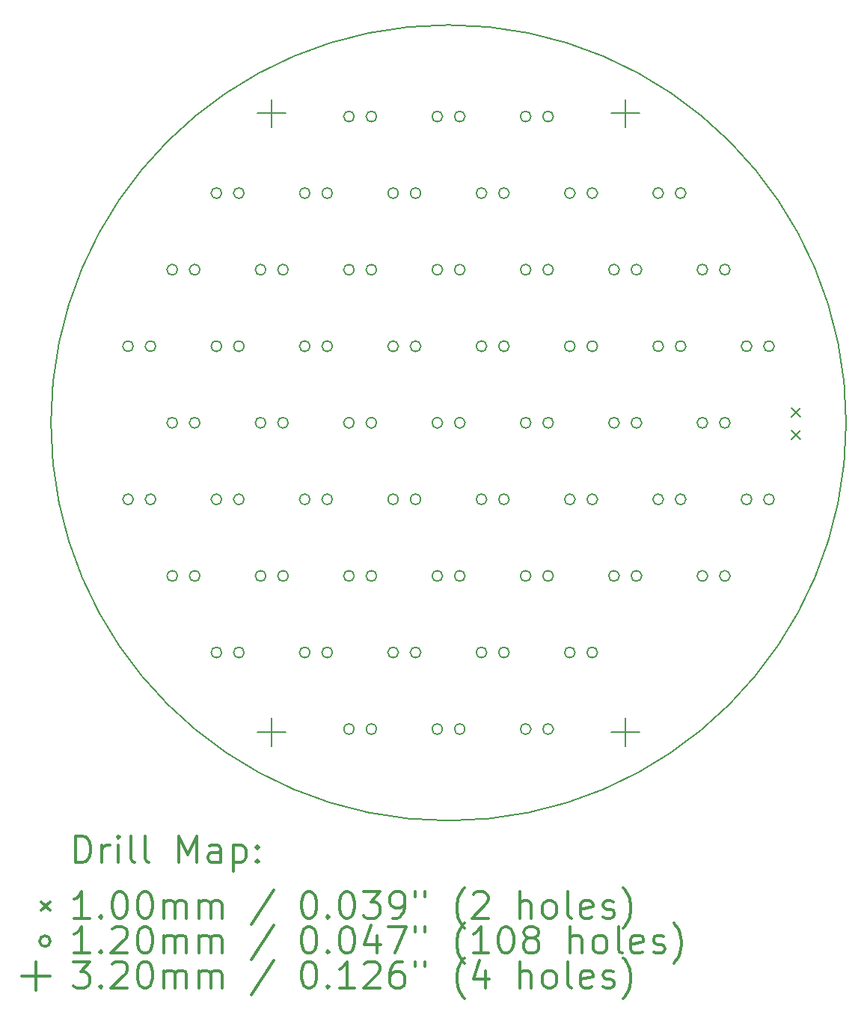
<source format=gbr>
%FSLAX45Y45*%
G04 Gerber Fmt 4.5, Leading zero omitted, Abs format (unit mm)*
G04 Created by KiCad (PCBNEW (5.1.9)-1) date 2021-10-19 01:51:29*
%MOMM*%
%LPD*%
G01*
G04 APERTURE LIST*
%TA.AperFunction,Profile*%
%ADD10C,0.150000*%
%TD*%
%ADD11C,0.200000*%
%ADD12C,0.300000*%
G04 APERTURE END LIST*
D10*
X19500000Y-10000000D02*
G75*
G03*
X19500000Y-10000000I-4500000J0D01*
G01*
D11*
X18880000Y-9835000D02*
X18980000Y-9935000D01*
X18980000Y-9835000D02*
X18880000Y-9935000D01*
X18880000Y-10085000D02*
X18980000Y-10185000D01*
X18980000Y-10085000D02*
X18880000Y-10185000D01*
X11433000Y-9134000D02*
G75*
G03*
X11433000Y-9134000I-60000J0D01*
G01*
X11433000Y-10866000D02*
G75*
G03*
X11433000Y-10866000I-60000J0D01*
G01*
X11687000Y-9134000D02*
G75*
G03*
X11687000Y-9134000I-60000J0D01*
G01*
X11687000Y-10866000D02*
G75*
G03*
X11687000Y-10866000I-60000J0D01*
G01*
X11933000Y-8268000D02*
G75*
G03*
X11933000Y-8268000I-60000J0D01*
G01*
X11933000Y-10000000D02*
G75*
G03*
X11933000Y-10000000I-60000J0D01*
G01*
X11933000Y-11732000D02*
G75*
G03*
X11933000Y-11732000I-60000J0D01*
G01*
X12187000Y-8268000D02*
G75*
G03*
X12187000Y-8268000I-60000J0D01*
G01*
X12187000Y-10000000D02*
G75*
G03*
X12187000Y-10000000I-60000J0D01*
G01*
X12187000Y-11732000D02*
G75*
G03*
X12187000Y-11732000I-60000J0D01*
G01*
X12433000Y-7402000D02*
G75*
G03*
X12433000Y-7402000I-60000J0D01*
G01*
X12433000Y-9134000D02*
G75*
G03*
X12433000Y-9134000I-60000J0D01*
G01*
X12433000Y-10866000D02*
G75*
G03*
X12433000Y-10866000I-60000J0D01*
G01*
X12433000Y-12598000D02*
G75*
G03*
X12433000Y-12598000I-60000J0D01*
G01*
X12687000Y-7402000D02*
G75*
G03*
X12687000Y-7402000I-60000J0D01*
G01*
X12687000Y-9134000D02*
G75*
G03*
X12687000Y-9134000I-60000J0D01*
G01*
X12687000Y-10866000D02*
G75*
G03*
X12687000Y-10866000I-60000J0D01*
G01*
X12687000Y-12598000D02*
G75*
G03*
X12687000Y-12598000I-60000J0D01*
G01*
X12933000Y-8268000D02*
G75*
G03*
X12933000Y-8268000I-60000J0D01*
G01*
X12933000Y-10000000D02*
G75*
G03*
X12933000Y-10000000I-60000J0D01*
G01*
X12933000Y-11732000D02*
G75*
G03*
X12933000Y-11732000I-60000J0D01*
G01*
X13187000Y-8268000D02*
G75*
G03*
X13187000Y-8268000I-60000J0D01*
G01*
X13187000Y-10000000D02*
G75*
G03*
X13187000Y-10000000I-60000J0D01*
G01*
X13187000Y-11732000D02*
G75*
G03*
X13187000Y-11732000I-60000J0D01*
G01*
X13433000Y-7402000D02*
G75*
G03*
X13433000Y-7402000I-60000J0D01*
G01*
X13433000Y-9134000D02*
G75*
G03*
X13433000Y-9134000I-60000J0D01*
G01*
X13433000Y-10866000D02*
G75*
G03*
X13433000Y-10866000I-60000J0D01*
G01*
X13433000Y-12598000D02*
G75*
G03*
X13433000Y-12598000I-60000J0D01*
G01*
X13687000Y-7402000D02*
G75*
G03*
X13687000Y-7402000I-60000J0D01*
G01*
X13687000Y-9134000D02*
G75*
G03*
X13687000Y-9134000I-60000J0D01*
G01*
X13687000Y-10866000D02*
G75*
G03*
X13687000Y-10866000I-60000J0D01*
G01*
X13687000Y-12598000D02*
G75*
G03*
X13687000Y-12598000I-60000J0D01*
G01*
X13933000Y-6536000D02*
G75*
G03*
X13933000Y-6536000I-60000J0D01*
G01*
X13933000Y-8268000D02*
G75*
G03*
X13933000Y-8268000I-60000J0D01*
G01*
X13933000Y-10000000D02*
G75*
G03*
X13933000Y-10000000I-60000J0D01*
G01*
X13933000Y-11732000D02*
G75*
G03*
X13933000Y-11732000I-60000J0D01*
G01*
X13933000Y-13464000D02*
G75*
G03*
X13933000Y-13464000I-60000J0D01*
G01*
X14187000Y-6536000D02*
G75*
G03*
X14187000Y-6536000I-60000J0D01*
G01*
X14187000Y-8268000D02*
G75*
G03*
X14187000Y-8268000I-60000J0D01*
G01*
X14187000Y-10000000D02*
G75*
G03*
X14187000Y-10000000I-60000J0D01*
G01*
X14187000Y-11732000D02*
G75*
G03*
X14187000Y-11732000I-60000J0D01*
G01*
X14187000Y-13464000D02*
G75*
G03*
X14187000Y-13464000I-60000J0D01*
G01*
X14433000Y-7402000D02*
G75*
G03*
X14433000Y-7402000I-60000J0D01*
G01*
X14433000Y-9134000D02*
G75*
G03*
X14433000Y-9134000I-60000J0D01*
G01*
X14433000Y-10866000D02*
G75*
G03*
X14433000Y-10866000I-60000J0D01*
G01*
X14433000Y-12598000D02*
G75*
G03*
X14433000Y-12598000I-60000J0D01*
G01*
X14687000Y-7402000D02*
G75*
G03*
X14687000Y-7402000I-60000J0D01*
G01*
X14687000Y-9134000D02*
G75*
G03*
X14687000Y-9134000I-60000J0D01*
G01*
X14687000Y-10866000D02*
G75*
G03*
X14687000Y-10866000I-60000J0D01*
G01*
X14687000Y-12598000D02*
G75*
G03*
X14687000Y-12598000I-60000J0D01*
G01*
X14933000Y-6536000D02*
G75*
G03*
X14933000Y-6536000I-60000J0D01*
G01*
X14933000Y-8268000D02*
G75*
G03*
X14933000Y-8268000I-60000J0D01*
G01*
X14933000Y-10000000D02*
G75*
G03*
X14933000Y-10000000I-60000J0D01*
G01*
X14933000Y-11732000D02*
G75*
G03*
X14933000Y-11732000I-60000J0D01*
G01*
X14933000Y-13464000D02*
G75*
G03*
X14933000Y-13464000I-60000J0D01*
G01*
X15187000Y-6536000D02*
G75*
G03*
X15187000Y-6536000I-60000J0D01*
G01*
X15187000Y-8268000D02*
G75*
G03*
X15187000Y-8268000I-60000J0D01*
G01*
X15187000Y-10000000D02*
G75*
G03*
X15187000Y-10000000I-60000J0D01*
G01*
X15187000Y-11732000D02*
G75*
G03*
X15187000Y-11732000I-60000J0D01*
G01*
X15187000Y-13464000D02*
G75*
G03*
X15187000Y-13464000I-60000J0D01*
G01*
X15433000Y-7402000D02*
G75*
G03*
X15433000Y-7402000I-60000J0D01*
G01*
X15433000Y-9134000D02*
G75*
G03*
X15433000Y-9134000I-60000J0D01*
G01*
X15433000Y-10866000D02*
G75*
G03*
X15433000Y-10866000I-60000J0D01*
G01*
X15433000Y-12598000D02*
G75*
G03*
X15433000Y-12598000I-60000J0D01*
G01*
X15687000Y-7402000D02*
G75*
G03*
X15687000Y-7402000I-60000J0D01*
G01*
X15687000Y-9134000D02*
G75*
G03*
X15687000Y-9134000I-60000J0D01*
G01*
X15687000Y-10866000D02*
G75*
G03*
X15687000Y-10866000I-60000J0D01*
G01*
X15687000Y-12598000D02*
G75*
G03*
X15687000Y-12598000I-60000J0D01*
G01*
X15933000Y-6536000D02*
G75*
G03*
X15933000Y-6536000I-60000J0D01*
G01*
X15933000Y-8268000D02*
G75*
G03*
X15933000Y-8268000I-60000J0D01*
G01*
X15933000Y-10000000D02*
G75*
G03*
X15933000Y-10000000I-60000J0D01*
G01*
X15933000Y-11732000D02*
G75*
G03*
X15933000Y-11732000I-60000J0D01*
G01*
X15933000Y-13464000D02*
G75*
G03*
X15933000Y-13464000I-60000J0D01*
G01*
X16187000Y-6536000D02*
G75*
G03*
X16187000Y-6536000I-60000J0D01*
G01*
X16187000Y-8268000D02*
G75*
G03*
X16187000Y-8268000I-60000J0D01*
G01*
X16187000Y-10000000D02*
G75*
G03*
X16187000Y-10000000I-60000J0D01*
G01*
X16187000Y-11732000D02*
G75*
G03*
X16187000Y-11732000I-60000J0D01*
G01*
X16187000Y-13464000D02*
G75*
G03*
X16187000Y-13464000I-60000J0D01*
G01*
X16433000Y-7402000D02*
G75*
G03*
X16433000Y-7402000I-60000J0D01*
G01*
X16433000Y-9134000D02*
G75*
G03*
X16433000Y-9134000I-60000J0D01*
G01*
X16433000Y-10866000D02*
G75*
G03*
X16433000Y-10866000I-60000J0D01*
G01*
X16433000Y-12598000D02*
G75*
G03*
X16433000Y-12598000I-60000J0D01*
G01*
X16687000Y-7402000D02*
G75*
G03*
X16687000Y-7402000I-60000J0D01*
G01*
X16687000Y-9134000D02*
G75*
G03*
X16687000Y-9134000I-60000J0D01*
G01*
X16687000Y-10866000D02*
G75*
G03*
X16687000Y-10866000I-60000J0D01*
G01*
X16687000Y-12598000D02*
G75*
G03*
X16687000Y-12598000I-60000J0D01*
G01*
X16933000Y-8268000D02*
G75*
G03*
X16933000Y-8268000I-60000J0D01*
G01*
X16933000Y-10000000D02*
G75*
G03*
X16933000Y-10000000I-60000J0D01*
G01*
X16933000Y-11732000D02*
G75*
G03*
X16933000Y-11732000I-60000J0D01*
G01*
X17187000Y-8268000D02*
G75*
G03*
X17187000Y-8268000I-60000J0D01*
G01*
X17187000Y-10000000D02*
G75*
G03*
X17187000Y-10000000I-60000J0D01*
G01*
X17187000Y-11732000D02*
G75*
G03*
X17187000Y-11732000I-60000J0D01*
G01*
X17433000Y-7402000D02*
G75*
G03*
X17433000Y-7402000I-60000J0D01*
G01*
X17433000Y-9134000D02*
G75*
G03*
X17433000Y-9134000I-60000J0D01*
G01*
X17433000Y-10866000D02*
G75*
G03*
X17433000Y-10866000I-60000J0D01*
G01*
X17687000Y-7402000D02*
G75*
G03*
X17687000Y-7402000I-60000J0D01*
G01*
X17687000Y-9134000D02*
G75*
G03*
X17687000Y-9134000I-60000J0D01*
G01*
X17687000Y-10866000D02*
G75*
G03*
X17687000Y-10866000I-60000J0D01*
G01*
X17933000Y-8268000D02*
G75*
G03*
X17933000Y-8268000I-60000J0D01*
G01*
X17933000Y-10000000D02*
G75*
G03*
X17933000Y-10000000I-60000J0D01*
G01*
X17933000Y-11732000D02*
G75*
G03*
X17933000Y-11732000I-60000J0D01*
G01*
X18187000Y-8268000D02*
G75*
G03*
X18187000Y-8268000I-60000J0D01*
G01*
X18187000Y-10000000D02*
G75*
G03*
X18187000Y-10000000I-60000J0D01*
G01*
X18187000Y-11732000D02*
G75*
G03*
X18187000Y-11732000I-60000J0D01*
G01*
X18433000Y-9134000D02*
G75*
G03*
X18433000Y-9134000I-60000J0D01*
G01*
X18433000Y-10866000D02*
G75*
G03*
X18433000Y-10866000I-60000J0D01*
G01*
X18687000Y-9134000D02*
G75*
G03*
X18687000Y-9134000I-60000J0D01*
G01*
X18687000Y-10866000D02*
G75*
G03*
X18687000Y-10866000I-60000J0D01*
G01*
X13000000Y-6340000D02*
X13000000Y-6660000D01*
X12840000Y-6500000D02*
X13160000Y-6500000D01*
X13000000Y-13340000D02*
X13000000Y-13660000D01*
X12840000Y-13500000D02*
X13160000Y-13500000D01*
X17000000Y-6340000D02*
X17000000Y-6660000D01*
X16840000Y-6500000D02*
X17160000Y-6500000D01*
X17000000Y-13340000D02*
X17000000Y-13660000D01*
X16840000Y-13500000D02*
X17160000Y-13500000D01*
D12*
X10778928Y-14973214D02*
X10778928Y-14673214D01*
X10850357Y-14673214D01*
X10893214Y-14687500D01*
X10921786Y-14716071D01*
X10936071Y-14744643D01*
X10950357Y-14801786D01*
X10950357Y-14844643D01*
X10936071Y-14901786D01*
X10921786Y-14930357D01*
X10893214Y-14958929D01*
X10850357Y-14973214D01*
X10778928Y-14973214D01*
X11078928Y-14973214D02*
X11078928Y-14773214D01*
X11078928Y-14830357D02*
X11093214Y-14801786D01*
X11107500Y-14787500D01*
X11136071Y-14773214D01*
X11164643Y-14773214D01*
X11264643Y-14973214D02*
X11264643Y-14773214D01*
X11264643Y-14673214D02*
X11250357Y-14687500D01*
X11264643Y-14701786D01*
X11278928Y-14687500D01*
X11264643Y-14673214D01*
X11264643Y-14701786D01*
X11450357Y-14973214D02*
X11421786Y-14958929D01*
X11407500Y-14930357D01*
X11407500Y-14673214D01*
X11607500Y-14973214D02*
X11578928Y-14958929D01*
X11564643Y-14930357D01*
X11564643Y-14673214D01*
X11950357Y-14973214D02*
X11950357Y-14673214D01*
X12050357Y-14887500D01*
X12150357Y-14673214D01*
X12150357Y-14973214D01*
X12421786Y-14973214D02*
X12421786Y-14816071D01*
X12407500Y-14787500D01*
X12378928Y-14773214D01*
X12321786Y-14773214D01*
X12293214Y-14787500D01*
X12421786Y-14958929D02*
X12393214Y-14973214D01*
X12321786Y-14973214D01*
X12293214Y-14958929D01*
X12278928Y-14930357D01*
X12278928Y-14901786D01*
X12293214Y-14873214D01*
X12321786Y-14858929D01*
X12393214Y-14858929D01*
X12421786Y-14844643D01*
X12564643Y-14773214D02*
X12564643Y-15073214D01*
X12564643Y-14787500D02*
X12593214Y-14773214D01*
X12650357Y-14773214D01*
X12678928Y-14787500D01*
X12693214Y-14801786D01*
X12707500Y-14830357D01*
X12707500Y-14916071D01*
X12693214Y-14944643D01*
X12678928Y-14958929D01*
X12650357Y-14973214D01*
X12593214Y-14973214D01*
X12564643Y-14958929D01*
X12836071Y-14944643D02*
X12850357Y-14958929D01*
X12836071Y-14973214D01*
X12821786Y-14958929D01*
X12836071Y-14944643D01*
X12836071Y-14973214D01*
X12836071Y-14787500D02*
X12850357Y-14801786D01*
X12836071Y-14816071D01*
X12821786Y-14801786D01*
X12836071Y-14787500D01*
X12836071Y-14816071D01*
X10392500Y-15417500D02*
X10492500Y-15517500D01*
X10492500Y-15417500D02*
X10392500Y-15517500D01*
X10936071Y-15603214D02*
X10764643Y-15603214D01*
X10850357Y-15603214D02*
X10850357Y-15303214D01*
X10821786Y-15346071D01*
X10793214Y-15374643D01*
X10764643Y-15388929D01*
X11064643Y-15574643D02*
X11078928Y-15588929D01*
X11064643Y-15603214D01*
X11050357Y-15588929D01*
X11064643Y-15574643D01*
X11064643Y-15603214D01*
X11264643Y-15303214D02*
X11293214Y-15303214D01*
X11321786Y-15317500D01*
X11336071Y-15331786D01*
X11350357Y-15360357D01*
X11364643Y-15417500D01*
X11364643Y-15488929D01*
X11350357Y-15546071D01*
X11336071Y-15574643D01*
X11321786Y-15588929D01*
X11293214Y-15603214D01*
X11264643Y-15603214D01*
X11236071Y-15588929D01*
X11221786Y-15574643D01*
X11207500Y-15546071D01*
X11193214Y-15488929D01*
X11193214Y-15417500D01*
X11207500Y-15360357D01*
X11221786Y-15331786D01*
X11236071Y-15317500D01*
X11264643Y-15303214D01*
X11550357Y-15303214D02*
X11578928Y-15303214D01*
X11607500Y-15317500D01*
X11621786Y-15331786D01*
X11636071Y-15360357D01*
X11650357Y-15417500D01*
X11650357Y-15488929D01*
X11636071Y-15546071D01*
X11621786Y-15574643D01*
X11607500Y-15588929D01*
X11578928Y-15603214D01*
X11550357Y-15603214D01*
X11521786Y-15588929D01*
X11507500Y-15574643D01*
X11493214Y-15546071D01*
X11478928Y-15488929D01*
X11478928Y-15417500D01*
X11493214Y-15360357D01*
X11507500Y-15331786D01*
X11521786Y-15317500D01*
X11550357Y-15303214D01*
X11778928Y-15603214D02*
X11778928Y-15403214D01*
X11778928Y-15431786D02*
X11793214Y-15417500D01*
X11821786Y-15403214D01*
X11864643Y-15403214D01*
X11893214Y-15417500D01*
X11907500Y-15446071D01*
X11907500Y-15603214D01*
X11907500Y-15446071D02*
X11921786Y-15417500D01*
X11950357Y-15403214D01*
X11993214Y-15403214D01*
X12021786Y-15417500D01*
X12036071Y-15446071D01*
X12036071Y-15603214D01*
X12178928Y-15603214D02*
X12178928Y-15403214D01*
X12178928Y-15431786D02*
X12193214Y-15417500D01*
X12221786Y-15403214D01*
X12264643Y-15403214D01*
X12293214Y-15417500D01*
X12307500Y-15446071D01*
X12307500Y-15603214D01*
X12307500Y-15446071D02*
X12321786Y-15417500D01*
X12350357Y-15403214D01*
X12393214Y-15403214D01*
X12421786Y-15417500D01*
X12436071Y-15446071D01*
X12436071Y-15603214D01*
X13021786Y-15288929D02*
X12764643Y-15674643D01*
X13407500Y-15303214D02*
X13436071Y-15303214D01*
X13464643Y-15317500D01*
X13478928Y-15331786D01*
X13493214Y-15360357D01*
X13507500Y-15417500D01*
X13507500Y-15488929D01*
X13493214Y-15546071D01*
X13478928Y-15574643D01*
X13464643Y-15588929D01*
X13436071Y-15603214D01*
X13407500Y-15603214D01*
X13378928Y-15588929D01*
X13364643Y-15574643D01*
X13350357Y-15546071D01*
X13336071Y-15488929D01*
X13336071Y-15417500D01*
X13350357Y-15360357D01*
X13364643Y-15331786D01*
X13378928Y-15317500D01*
X13407500Y-15303214D01*
X13636071Y-15574643D02*
X13650357Y-15588929D01*
X13636071Y-15603214D01*
X13621786Y-15588929D01*
X13636071Y-15574643D01*
X13636071Y-15603214D01*
X13836071Y-15303214D02*
X13864643Y-15303214D01*
X13893214Y-15317500D01*
X13907500Y-15331786D01*
X13921786Y-15360357D01*
X13936071Y-15417500D01*
X13936071Y-15488929D01*
X13921786Y-15546071D01*
X13907500Y-15574643D01*
X13893214Y-15588929D01*
X13864643Y-15603214D01*
X13836071Y-15603214D01*
X13807500Y-15588929D01*
X13793214Y-15574643D01*
X13778928Y-15546071D01*
X13764643Y-15488929D01*
X13764643Y-15417500D01*
X13778928Y-15360357D01*
X13793214Y-15331786D01*
X13807500Y-15317500D01*
X13836071Y-15303214D01*
X14036071Y-15303214D02*
X14221786Y-15303214D01*
X14121786Y-15417500D01*
X14164643Y-15417500D01*
X14193214Y-15431786D01*
X14207500Y-15446071D01*
X14221786Y-15474643D01*
X14221786Y-15546071D01*
X14207500Y-15574643D01*
X14193214Y-15588929D01*
X14164643Y-15603214D01*
X14078928Y-15603214D01*
X14050357Y-15588929D01*
X14036071Y-15574643D01*
X14364643Y-15603214D02*
X14421786Y-15603214D01*
X14450357Y-15588929D01*
X14464643Y-15574643D01*
X14493214Y-15531786D01*
X14507500Y-15474643D01*
X14507500Y-15360357D01*
X14493214Y-15331786D01*
X14478928Y-15317500D01*
X14450357Y-15303214D01*
X14393214Y-15303214D01*
X14364643Y-15317500D01*
X14350357Y-15331786D01*
X14336071Y-15360357D01*
X14336071Y-15431786D01*
X14350357Y-15460357D01*
X14364643Y-15474643D01*
X14393214Y-15488929D01*
X14450357Y-15488929D01*
X14478928Y-15474643D01*
X14493214Y-15460357D01*
X14507500Y-15431786D01*
X14621786Y-15303214D02*
X14621786Y-15360357D01*
X14736071Y-15303214D02*
X14736071Y-15360357D01*
X15178928Y-15717500D02*
X15164643Y-15703214D01*
X15136071Y-15660357D01*
X15121786Y-15631786D01*
X15107500Y-15588929D01*
X15093214Y-15517500D01*
X15093214Y-15460357D01*
X15107500Y-15388929D01*
X15121786Y-15346071D01*
X15136071Y-15317500D01*
X15164643Y-15274643D01*
X15178928Y-15260357D01*
X15278928Y-15331786D02*
X15293214Y-15317500D01*
X15321786Y-15303214D01*
X15393214Y-15303214D01*
X15421786Y-15317500D01*
X15436071Y-15331786D01*
X15450357Y-15360357D01*
X15450357Y-15388929D01*
X15436071Y-15431786D01*
X15264643Y-15603214D01*
X15450357Y-15603214D01*
X15807500Y-15603214D02*
X15807500Y-15303214D01*
X15936071Y-15603214D02*
X15936071Y-15446071D01*
X15921786Y-15417500D01*
X15893214Y-15403214D01*
X15850357Y-15403214D01*
X15821786Y-15417500D01*
X15807500Y-15431786D01*
X16121786Y-15603214D02*
X16093214Y-15588929D01*
X16078928Y-15574643D01*
X16064643Y-15546071D01*
X16064643Y-15460357D01*
X16078928Y-15431786D01*
X16093214Y-15417500D01*
X16121786Y-15403214D01*
X16164643Y-15403214D01*
X16193214Y-15417500D01*
X16207500Y-15431786D01*
X16221786Y-15460357D01*
X16221786Y-15546071D01*
X16207500Y-15574643D01*
X16193214Y-15588929D01*
X16164643Y-15603214D01*
X16121786Y-15603214D01*
X16393214Y-15603214D02*
X16364643Y-15588929D01*
X16350357Y-15560357D01*
X16350357Y-15303214D01*
X16621786Y-15588929D02*
X16593214Y-15603214D01*
X16536071Y-15603214D01*
X16507500Y-15588929D01*
X16493214Y-15560357D01*
X16493214Y-15446071D01*
X16507500Y-15417500D01*
X16536071Y-15403214D01*
X16593214Y-15403214D01*
X16621786Y-15417500D01*
X16636071Y-15446071D01*
X16636071Y-15474643D01*
X16493214Y-15503214D01*
X16750357Y-15588929D02*
X16778928Y-15603214D01*
X16836071Y-15603214D01*
X16864643Y-15588929D01*
X16878928Y-15560357D01*
X16878928Y-15546071D01*
X16864643Y-15517500D01*
X16836071Y-15503214D01*
X16793214Y-15503214D01*
X16764643Y-15488929D01*
X16750357Y-15460357D01*
X16750357Y-15446071D01*
X16764643Y-15417500D01*
X16793214Y-15403214D01*
X16836071Y-15403214D01*
X16864643Y-15417500D01*
X16978928Y-15717500D02*
X16993214Y-15703214D01*
X17021786Y-15660357D01*
X17036071Y-15631786D01*
X17050357Y-15588929D01*
X17064643Y-15517500D01*
X17064643Y-15460357D01*
X17050357Y-15388929D01*
X17036071Y-15346071D01*
X17021786Y-15317500D01*
X16993214Y-15274643D01*
X16978928Y-15260357D01*
X10492500Y-15863500D02*
G75*
G03*
X10492500Y-15863500I-60000J0D01*
G01*
X10936071Y-15999214D02*
X10764643Y-15999214D01*
X10850357Y-15999214D02*
X10850357Y-15699214D01*
X10821786Y-15742071D01*
X10793214Y-15770643D01*
X10764643Y-15784929D01*
X11064643Y-15970643D02*
X11078928Y-15984929D01*
X11064643Y-15999214D01*
X11050357Y-15984929D01*
X11064643Y-15970643D01*
X11064643Y-15999214D01*
X11193214Y-15727786D02*
X11207500Y-15713500D01*
X11236071Y-15699214D01*
X11307500Y-15699214D01*
X11336071Y-15713500D01*
X11350357Y-15727786D01*
X11364643Y-15756357D01*
X11364643Y-15784929D01*
X11350357Y-15827786D01*
X11178928Y-15999214D01*
X11364643Y-15999214D01*
X11550357Y-15699214D02*
X11578928Y-15699214D01*
X11607500Y-15713500D01*
X11621786Y-15727786D01*
X11636071Y-15756357D01*
X11650357Y-15813500D01*
X11650357Y-15884929D01*
X11636071Y-15942071D01*
X11621786Y-15970643D01*
X11607500Y-15984929D01*
X11578928Y-15999214D01*
X11550357Y-15999214D01*
X11521786Y-15984929D01*
X11507500Y-15970643D01*
X11493214Y-15942071D01*
X11478928Y-15884929D01*
X11478928Y-15813500D01*
X11493214Y-15756357D01*
X11507500Y-15727786D01*
X11521786Y-15713500D01*
X11550357Y-15699214D01*
X11778928Y-15999214D02*
X11778928Y-15799214D01*
X11778928Y-15827786D02*
X11793214Y-15813500D01*
X11821786Y-15799214D01*
X11864643Y-15799214D01*
X11893214Y-15813500D01*
X11907500Y-15842071D01*
X11907500Y-15999214D01*
X11907500Y-15842071D02*
X11921786Y-15813500D01*
X11950357Y-15799214D01*
X11993214Y-15799214D01*
X12021786Y-15813500D01*
X12036071Y-15842071D01*
X12036071Y-15999214D01*
X12178928Y-15999214D02*
X12178928Y-15799214D01*
X12178928Y-15827786D02*
X12193214Y-15813500D01*
X12221786Y-15799214D01*
X12264643Y-15799214D01*
X12293214Y-15813500D01*
X12307500Y-15842071D01*
X12307500Y-15999214D01*
X12307500Y-15842071D02*
X12321786Y-15813500D01*
X12350357Y-15799214D01*
X12393214Y-15799214D01*
X12421786Y-15813500D01*
X12436071Y-15842071D01*
X12436071Y-15999214D01*
X13021786Y-15684929D02*
X12764643Y-16070643D01*
X13407500Y-15699214D02*
X13436071Y-15699214D01*
X13464643Y-15713500D01*
X13478928Y-15727786D01*
X13493214Y-15756357D01*
X13507500Y-15813500D01*
X13507500Y-15884929D01*
X13493214Y-15942071D01*
X13478928Y-15970643D01*
X13464643Y-15984929D01*
X13436071Y-15999214D01*
X13407500Y-15999214D01*
X13378928Y-15984929D01*
X13364643Y-15970643D01*
X13350357Y-15942071D01*
X13336071Y-15884929D01*
X13336071Y-15813500D01*
X13350357Y-15756357D01*
X13364643Y-15727786D01*
X13378928Y-15713500D01*
X13407500Y-15699214D01*
X13636071Y-15970643D02*
X13650357Y-15984929D01*
X13636071Y-15999214D01*
X13621786Y-15984929D01*
X13636071Y-15970643D01*
X13636071Y-15999214D01*
X13836071Y-15699214D02*
X13864643Y-15699214D01*
X13893214Y-15713500D01*
X13907500Y-15727786D01*
X13921786Y-15756357D01*
X13936071Y-15813500D01*
X13936071Y-15884929D01*
X13921786Y-15942071D01*
X13907500Y-15970643D01*
X13893214Y-15984929D01*
X13864643Y-15999214D01*
X13836071Y-15999214D01*
X13807500Y-15984929D01*
X13793214Y-15970643D01*
X13778928Y-15942071D01*
X13764643Y-15884929D01*
X13764643Y-15813500D01*
X13778928Y-15756357D01*
X13793214Y-15727786D01*
X13807500Y-15713500D01*
X13836071Y-15699214D01*
X14193214Y-15799214D02*
X14193214Y-15999214D01*
X14121786Y-15684929D02*
X14050357Y-15899214D01*
X14236071Y-15899214D01*
X14321786Y-15699214D02*
X14521786Y-15699214D01*
X14393214Y-15999214D01*
X14621786Y-15699214D02*
X14621786Y-15756357D01*
X14736071Y-15699214D02*
X14736071Y-15756357D01*
X15178928Y-16113500D02*
X15164643Y-16099214D01*
X15136071Y-16056357D01*
X15121786Y-16027786D01*
X15107500Y-15984929D01*
X15093214Y-15913500D01*
X15093214Y-15856357D01*
X15107500Y-15784929D01*
X15121786Y-15742071D01*
X15136071Y-15713500D01*
X15164643Y-15670643D01*
X15178928Y-15656357D01*
X15450357Y-15999214D02*
X15278928Y-15999214D01*
X15364643Y-15999214D02*
X15364643Y-15699214D01*
X15336071Y-15742071D01*
X15307500Y-15770643D01*
X15278928Y-15784929D01*
X15636071Y-15699214D02*
X15664643Y-15699214D01*
X15693214Y-15713500D01*
X15707500Y-15727786D01*
X15721786Y-15756357D01*
X15736071Y-15813500D01*
X15736071Y-15884929D01*
X15721786Y-15942071D01*
X15707500Y-15970643D01*
X15693214Y-15984929D01*
X15664643Y-15999214D01*
X15636071Y-15999214D01*
X15607500Y-15984929D01*
X15593214Y-15970643D01*
X15578928Y-15942071D01*
X15564643Y-15884929D01*
X15564643Y-15813500D01*
X15578928Y-15756357D01*
X15593214Y-15727786D01*
X15607500Y-15713500D01*
X15636071Y-15699214D01*
X15907500Y-15827786D02*
X15878928Y-15813500D01*
X15864643Y-15799214D01*
X15850357Y-15770643D01*
X15850357Y-15756357D01*
X15864643Y-15727786D01*
X15878928Y-15713500D01*
X15907500Y-15699214D01*
X15964643Y-15699214D01*
X15993214Y-15713500D01*
X16007500Y-15727786D01*
X16021786Y-15756357D01*
X16021786Y-15770643D01*
X16007500Y-15799214D01*
X15993214Y-15813500D01*
X15964643Y-15827786D01*
X15907500Y-15827786D01*
X15878928Y-15842071D01*
X15864643Y-15856357D01*
X15850357Y-15884929D01*
X15850357Y-15942071D01*
X15864643Y-15970643D01*
X15878928Y-15984929D01*
X15907500Y-15999214D01*
X15964643Y-15999214D01*
X15993214Y-15984929D01*
X16007500Y-15970643D01*
X16021786Y-15942071D01*
X16021786Y-15884929D01*
X16007500Y-15856357D01*
X15993214Y-15842071D01*
X15964643Y-15827786D01*
X16378928Y-15999214D02*
X16378928Y-15699214D01*
X16507500Y-15999214D02*
X16507500Y-15842071D01*
X16493214Y-15813500D01*
X16464643Y-15799214D01*
X16421786Y-15799214D01*
X16393214Y-15813500D01*
X16378928Y-15827786D01*
X16693214Y-15999214D02*
X16664643Y-15984929D01*
X16650357Y-15970643D01*
X16636071Y-15942071D01*
X16636071Y-15856357D01*
X16650357Y-15827786D01*
X16664643Y-15813500D01*
X16693214Y-15799214D01*
X16736071Y-15799214D01*
X16764643Y-15813500D01*
X16778928Y-15827786D01*
X16793214Y-15856357D01*
X16793214Y-15942071D01*
X16778928Y-15970643D01*
X16764643Y-15984929D01*
X16736071Y-15999214D01*
X16693214Y-15999214D01*
X16964643Y-15999214D02*
X16936071Y-15984929D01*
X16921786Y-15956357D01*
X16921786Y-15699214D01*
X17193214Y-15984929D02*
X17164643Y-15999214D01*
X17107500Y-15999214D01*
X17078928Y-15984929D01*
X17064643Y-15956357D01*
X17064643Y-15842071D01*
X17078928Y-15813500D01*
X17107500Y-15799214D01*
X17164643Y-15799214D01*
X17193214Y-15813500D01*
X17207500Y-15842071D01*
X17207500Y-15870643D01*
X17064643Y-15899214D01*
X17321786Y-15984929D02*
X17350357Y-15999214D01*
X17407500Y-15999214D01*
X17436071Y-15984929D01*
X17450357Y-15956357D01*
X17450357Y-15942071D01*
X17436071Y-15913500D01*
X17407500Y-15899214D01*
X17364643Y-15899214D01*
X17336071Y-15884929D01*
X17321786Y-15856357D01*
X17321786Y-15842071D01*
X17336071Y-15813500D01*
X17364643Y-15799214D01*
X17407500Y-15799214D01*
X17436071Y-15813500D01*
X17550357Y-16113500D02*
X17564643Y-16099214D01*
X17593214Y-16056357D01*
X17607500Y-16027786D01*
X17621786Y-15984929D01*
X17636071Y-15913500D01*
X17636071Y-15856357D01*
X17621786Y-15784929D01*
X17607500Y-15742071D01*
X17593214Y-15713500D01*
X17564643Y-15670643D01*
X17550357Y-15656357D01*
X10332500Y-16099500D02*
X10332500Y-16419500D01*
X10172500Y-16259500D02*
X10492500Y-16259500D01*
X10750357Y-16095214D02*
X10936071Y-16095214D01*
X10836071Y-16209500D01*
X10878928Y-16209500D01*
X10907500Y-16223786D01*
X10921786Y-16238071D01*
X10936071Y-16266643D01*
X10936071Y-16338071D01*
X10921786Y-16366643D01*
X10907500Y-16380929D01*
X10878928Y-16395214D01*
X10793214Y-16395214D01*
X10764643Y-16380929D01*
X10750357Y-16366643D01*
X11064643Y-16366643D02*
X11078928Y-16380929D01*
X11064643Y-16395214D01*
X11050357Y-16380929D01*
X11064643Y-16366643D01*
X11064643Y-16395214D01*
X11193214Y-16123786D02*
X11207500Y-16109500D01*
X11236071Y-16095214D01*
X11307500Y-16095214D01*
X11336071Y-16109500D01*
X11350357Y-16123786D01*
X11364643Y-16152357D01*
X11364643Y-16180929D01*
X11350357Y-16223786D01*
X11178928Y-16395214D01*
X11364643Y-16395214D01*
X11550357Y-16095214D02*
X11578928Y-16095214D01*
X11607500Y-16109500D01*
X11621786Y-16123786D01*
X11636071Y-16152357D01*
X11650357Y-16209500D01*
X11650357Y-16280929D01*
X11636071Y-16338071D01*
X11621786Y-16366643D01*
X11607500Y-16380929D01*
X11578928Y-16395214D01*
X11550357Y-16395214D01*
X11521786Y-16380929D01*
X11507500Y-16366643D01*
X11493214Y-16338071D01*
X11478928Y-16280929D01*
X11478928Y-16209500D01*
X11493214Y-16152357D01*
X11507500Y-16123786D01*
X11521786Y-16109500D01*
X11550357Y-16095214D01*
X11778928Y-16395214D02*
X11778928Y-16195214D01*
X11778928Y-16223786D02*
X11793214Y-16209500D01*
X11821786Y-16195214D01*
X11864643Y-16195214D01*
X11893214Y-16209500D01*
X11907500Y-16238071D01*
X11907500Y-16395214D01*
X11907500Y-16238071D02*
X11921786Y-16209500D01*
X11950357Y-16195214D01*
X11993214Y-16195214D01*
X12021786Y-16209500D01*
X12036071Y-16238071D01*
X12036071Y-16395214D01*
X12178928Y-16395214D02*
X12178928Y-16195214D01*
X12178928Y-16223786D02*
X12193214Y-16209500D01*
X12221786Y-16195214D01*
X12264643Y-16195214D01*
X12293214Y-16209500D01*
X12307500Y-16238071D01*
X12307500Y-16395214D01*
X12307500Y-16238071D02*
X12321786Y-16209500D01*
X12350357Y-16195214D01*
X12393214Y-16195214D01*
X12421786Y-16209500D01*
X12436071Y-16238071D01*
X12436071Y-16395214D01*
X13021786Y-16080929D02*
X12764643Y-16466643D01*
X13407500Y-16095214D02*
X13436071Y-16095214D01*
X13464643Y-16109500D01*
X13478928Y-16123786D01*
X13493214Y-16152357D01*
X13507500Y-16209500D01*
X13507500Y-16280929D01*
X13493214Y-16338071D01*
X13478928Y-16366643D01*
X13464643Y-16380929D01*
X13436071Y-16395214D01*
X13407500Y-16395214D01*
X13378928Y-16380929D01*
X13364643Y-16366643D01*
X13350357Y-16338071D01*
X13336071Y-16280929D01*
X13336071Y-16209500D01*
X13350357Y-16152357D01*
X13364643Y-16123786D01*
X13378928Y-16109500D01*
X13407500Y-16095214D01*
X13636071Y-16366643D02*
X13650357Y-16380929D01*
X13636071Y-16395214D01*
X13621786Y-16380929D01*
X13636071Y-16366643D01*
X13636071Y-16395214D01*
X13936071Y-16395214D02*
X13764643Y-16395214D01*
X13850357Y-16395214D02*
X13850357Y-16095214D01*
X13821786Y-16138071D01*
X13793214Y-16166643D01*
X13764643Y-16180929D01*
X14050357Y-16123786D02*
X14064643Y-16109500D01*
X14093214Y-16095214D01*
X14164643Y-16095214D01*
X14193214Y-16109500D01*
X14207500Y-16123786D01*
X14221786Y-16152357D01*
X14221786Y-16180929D01*
X14207500Y-16223786D01*
X14036071Y-16395214D01*
X14221786Y-16395214D01*
X14478928Y-16095214D02*
X14421786Y-16095214D01*
X14393214Y-16109500D01*
X14378928Y-16123786D01*
X14350357Y-16166643D01*
X14336071Y-16223786D01*
X14336071Y-16338071D01*
X14350357Y-16366643D01*
X14364643Y-16380929D01*
X14393214Y-16395214D01*
X14450357Y-16395214D01*
X14478928Y-16380929D01*
X14493214Y-16366643D01*
X14507500Y-16338071D01*
X14507500Y-16266643D01*
X14493214Y-16238071D01*
X14478928Y-16223786D01*
X14450357Y-16209500D01*
X14393214Y-16209500D01*
X14364643Y-16223786D01*
X14350357Y-16238071D01*
X14336071Y-16266643D01*
X14621786Y-16095214D02*
X14621786Y-16152357D01*
X14736071Y-16095214D02*
X14736071Y-16152357D01*
X15178928Y-16509500D02*
X15164643Y-16495214D01*
X15136071Y-16452357D01*
X15121786Y-16423786D01*
X15107500Y-16380929D01*
X15093214Y-16309500D01*
X15093214Y-16252357D01*
X15107500Y-16180929D01*
X15121786Y-16138071D01*
X15136071Y-16109500D01*
X15164643Y-16066643D01*
X15178928Y-16052357D01*
X15421786Y-16195214D02*
X15421786Y-16395214D01*
X15350357Y-16080929D02*
X15278928Y-16295214D01*
X15464643Y-16295214D01*
X15807500Y-16395214D02*
X15807500Y-16095214D01*
X15936071Y-16395214D02*
X15936071Y-16238071D01*
X15921786Y-16209500D01*
X15893214Y-16195214D01*
X15850357Y-16195214D01*
X15821786Y-16209500D01*
X15807500Y-16223786D01*
X16121786Y-16395214D02*
X16093214Y-16380929D01*
X16078928Y-16366643D01*
X16064643Y-16338071D01*
X16064643Y-16252357D01*
X16078928Y-16223786D01*
X16093214Y-16209500D01*
X16121786Y-16195214D01*
X16164643Y-16195214D01*
X16193214Y-16209500D01*
X16207500Y-16223786D01*
X16221786Y-16252357D01*
X16221786Y-16338071D01*
X16207500Y-16366643D01*
X16193214Y-16380929D01*
X16164643Y-16395214D01*
X16121786Y-16395214D01*
X16393214Y-16395214D02*
X16364643Y-16380929D01*
X16350357Y-16352357D01*
X16350357Y-16095214D01*
X16621786Y-16380929D02*
X16593214Y-16395214D01*
X16536071Y-16395214D01*
X16507500Y-16380929D01*
X16493214Y-16352357D01*
X16493214Y-16238071D01*
X16507500Y-16209500D01*
X16536071Y-16195214D01*
X16593214Y-16195214D01*
X16621786Y-16209500D01*
X16636071Y-16238071D01*
X16636071Y-16266643D01*
X16493214Y-16295214D01*
X16750357Y-16380929D02*
X16778928Y-16395214D01*
X16836071Y-16395214D01*
X16864643Y-16380929D01*
X16878928Y-16352357D01*
X16878928Y-16338071D01*
X16864643Y-16309500D01*
X16836071Y-16295214D01*
X16793214Y-16295214D01*
X16764643Y-16280929D01*
X16750357Y-16252357D01*
X16750357Y-16238071D01*
X16764643Y-16209500D01*
X16793214Y-16195214D01*
X16836071Y-16195214D01*
X16864643Y-16209500D01*
X16978928Y-16509500D02*
X16993214Y-16495214D01*
X17021786Y-16452357D01*
X17036071Y-16423786D01*
X17050357Y-16380929D01*
X17064643Y-16309500D01*
X17064643Y-16252357D01*
X17050357Y-16180929D01*
X17036071Y-16138071D01*
X17021786Y-16109500D01*
X16993214Y-16066643D01*
X16978928Y-16052357D01*
M02*

</source>
